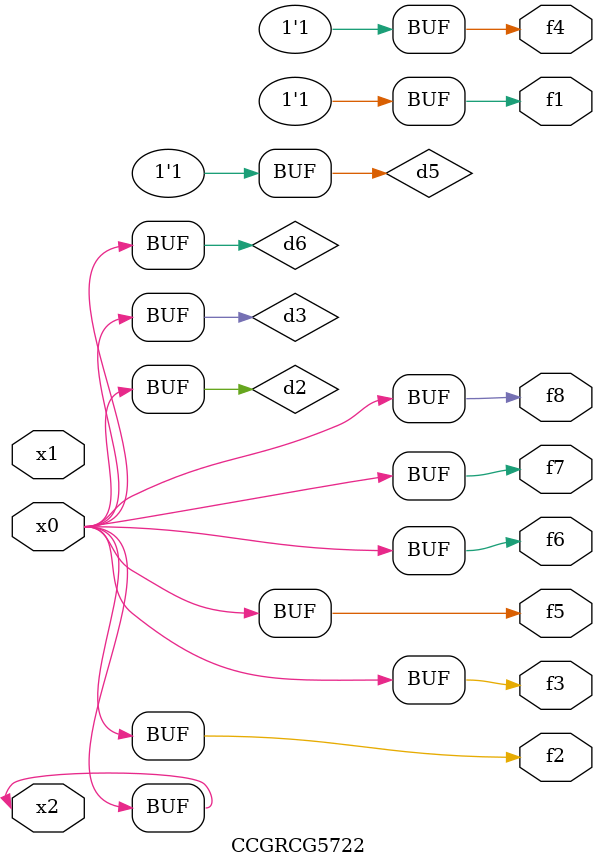
<source format=v>
module CCGRCG5722(
	input x0, x1, x2,
	output f1, f2, f3, f4, f5, f6, f7, f8
);

	wire d1, d2, d3, d4, d5, d6;

	xnor (d1, x2);
	buf (d2, x0, x2);
	and (d3, x0);
	xnor (d4, x1, x2);
	nand (d5, d1, d3);
	buf (d6, d2, d3);
	assign f1 = d5;
	assign f2 = d6;
	assign f3 = d6;
	assign f4 = d5;
	assign f5 = d6;
	assign f6 = d6;
	assign f7 = d6;
	assign f8 = d6;
endmodule

</source>
